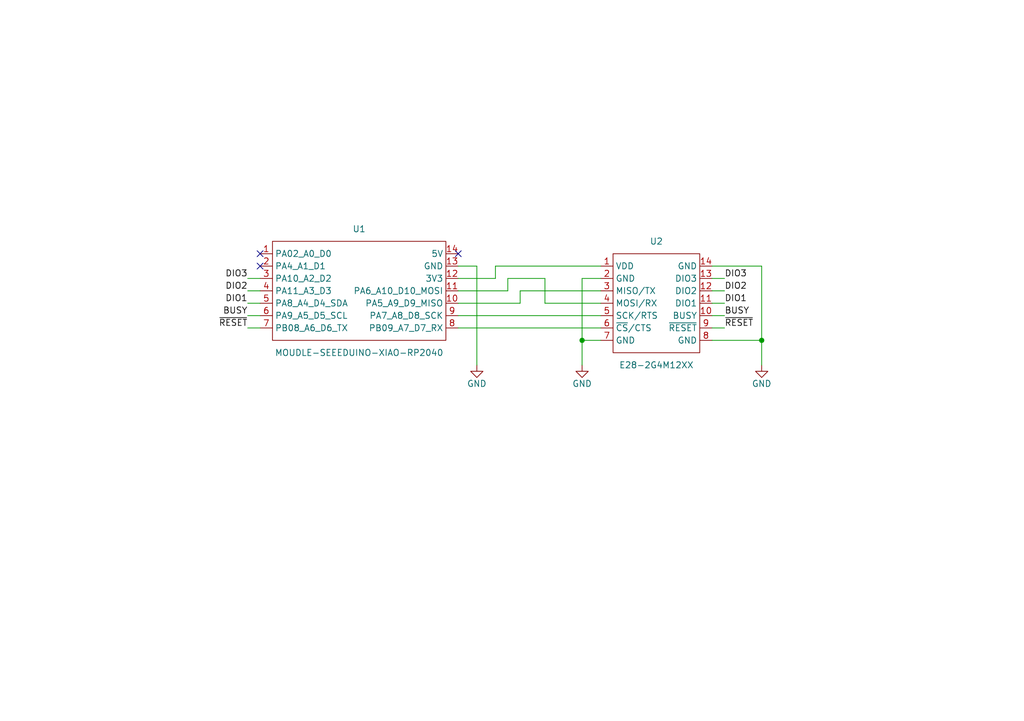
<source format=kicad_sch>
(kicad_sch (version 20230121) (generator eeschema)
  (paper "A5")
  (title_block (title "lorka") (date "2023-11-03") (rev "0x01") (company "https://vitaly.codes"))
  (lib_symbols
    (symbol "@jb:E28-2G4M12XX"
      (property "Reference" "U" (at 0 15.24 0))
      (property "Value" "E28-2G4M12XX" (at 0 12.7 0))
      (symbol "E28-2G4M12XX_0_0"
        (pin power_in line (at -11.43 7.62 0) (length 2.54) (name "VDD") (number "1"))
        (pin output line (at 11.43 -2.54 180) (length 2.54) (name "BUSY") (number "10"))
        (pin bidirectional line (at 11.43 0 180) (length 2.54) (name "DIO1") (number "11"))
        (pin bidirectional line (at 11.43 2.54 180) (length 2.54) (name "DIO2") (number "12"))
        (pin bidirectional line (at 11.43 5.08 180) (length 2.54) (name "DIO3") (number "13"))
        (pin power_in line (at 11.43 7.62 180) (length 2.54) (name "GND") (number "14"))
        (pin power_in line (at -11.43 5.08 0) (length 2.54) (name "GND") (number "2"))
        (pin output line (at -11.43 2.54 0) (length 2.54) (name "MISO/TX") (number "3"))
        (pin input line (at -11.43 0 0) (length 2.54) (name "MOSI/RX") (number "4"))
        (pin output line (at -11.43 -2.54 0) (length 2.54) (name "SCK/RTS") (number "5"))
        (pin power_in line (at -11.43 -7.62 0) (length 2.54) (name "GND") (number "7"))
        (pin power_in line (at 11.43 -7.62 180) (length 2.54) (name "GND") (number "8"))
        (pin input line (at 11.43 -5.08 180) (length 2.54) (name "~{RESET}") (number "9"))
      )
      (symbol "E28-2G4M12XX_0_1"
        (rectangle (start -8.89 10.16) (end 8.89 -10.16))
      )
      (symbol "E28-2G4M12XX_1_0"
        (pin input line (at -11.43 -5.08 0) (length 2.54) (name "~{CS}/CTS") (number "6"))
      )
    )
    (symbol "MOUDLE-SEEEDUINO-XIAO:MOUDLE-SEEEDUINO-XIAO"
      (property "Reference" "U1" (at 1.27 15.24 0))
      (property "Value" "MOUDLE-SEEEDUINO-XIAO-RP2040" (at 1.27 12.7 0))
      (property "Footprint" "XIAO_PCB:MOUDLE14P-2.54-21X17.8MM" (at 1.27 -12.7 0))
      (symbol "MOUDLE-SEEEDUINO-XIAO_0_1"
        (rectangle (start -16.51 10.16) (end 19.05 -10.16))
      )
      (symbol "MOUDLE-SEEEDUINO-XIAO_1_1"
        (pin unspecified line (at -19.05 7.62 0) (length 2.54) (name "PA02_A0_D0") (number "1"))
        (pin unspecified line (at 21.59 -2.54 180) (length 2.54) (name "PA5_A9_D9_MISO") (number "10"))
        (pin unspecified line (at 21.59 0 180) (length 2.54) (name "PA6_A10_D10_MOSI") (number "11"))
        (pin unspecified line (at 21.59 2.54 180) (length 2.54) (name "3V3") (number "12"))
        (pin unspecified line (at 21.59 5.08 180) (length 2.54) (name "GND") (number "13"))
        (pin unspecified line (at 21.59 7.62 180) (length 2.54) (name "5V") (number "14"))
        (pin unspecified line (at -19.05 5.08 0) (length 2.54) (name "PA4_A1_D1") (number "2"))
        (pin unspecified line (at -19.05 2.54 0) (length 2.54) (name "PA10_A2_D2") (number "3"))
        (pin unspecified line (at -19.05 0 0) (length 2.54) (name "PA11_A3_D3") (number "4"))
        (pin unspecified line (at -19.05 -2.54 0) (length 2.54) (name "PA8_A4_D4_SDA") (number "5"))
        (pin unspecified line (at -19.05 -5.08 0) (length 2.54) (name "PA9_A5_D5_SCL") (number "6"))
        (pin unspecified line (at -19.05 -7.62 0) (length 2.54) (name "PB08_A6_D6_TX") (number "7"))
        (pin unspecified line (at 21.59 -7.62 180) (length 2.54) (name "PB09_A7_D7_RX") (number "8"))
        (pin unspecified line (at 21.59 -5.08 180) (length 2.54) (name "PA7_A8_D8_SCK") (number "9"))
      )
    )
    (symbol "power:GND" (power) (pin_names (offset 0))
      (property "Value" "GND" (at 0 -3.81 0))
      (symbol "GND_0_1"
        (polyline (pts (xy 0 0) (xy 0 -1.27) (xy 1.27 -1.27) (xy 0 -2.54) (xy -1.27 -1.27) (xy 0 -1.27)))
      )
      (symbol "GND_1_1"
        (pin power_in line (at 0 0 270) (length 0) hide (name "GND") (number "1"))
      )
    )
  )
  (junction (at 156.21 69.85))
  (junction (at 119.38 69.85))
  (no_connect (at 93.98 52.07))
  (no_connect (at 53.34 54.61))
  (no_connect (at 53.34 52.07))
  (wire (pts (xy 146.05 69.85) (xy 156.21 69.85)))
  (wire (pts (xy 93.98 59.69) (xy 104.14 59.69)))
  (wire (pts (xy 156.21 74.93) (xy 156.21 69.85)))
  (wire (pts (xy 101.6 54.61) (xy 101.6 57.15)))
  (wire (pts (xy 50.8 59.69) (xy 53.34 59.69)))
  (wire (pts (xy 106.68 62.23) (xy 106.68 59.69)))
  (wire (pts (xy 50.8 64.77) (xy 53.34 64.77)))
  (wire (pts (xy 123.19 57.15) (xy 119.38 57.15)))
  (wire (pts (xy 148.59 64.77) (xy 146.05 64.77)))
  (wire (pts (xy 101.6 54.61) (xy 123.19 54.61)))
  (wire (pts (xy 148.59 67.31) (xy 146.05 67.31)))
  (wire (pts (xy 119.38 74.93) (xy 119.38 69.85)))
  (wire (pts (xy 148.59 59.69) (xy 146.05 59.69)))
  (wire (pts (xy 156.21 54.61) (xy 156.21 69.85)))
  (wire (pts (xy 93.98 67.31) (xy 123.19 67.31)))
  (wire (pts (xy 148.59 62.23) (xy 146.05 62.23)))
  (wire (pts (xy 93.98 64.77) (xy 123.19 64.77)))
  (wire (pts (xy 50.8 67.31) (xy 53.34 67.31)))
  (wire (pts (xy 119.38 57.15) (xy 119.38 69.85)))
  (wire (pts (xy 111.76 62.23) (xy 123.19 62.23)))
  (wire (pts (xy 101.6 57.15) (xy 93.98 57.15)))
  (wire (pts (xy 148.59 57.15) (xy 146.05 57.15)))
  (wire (pts (xy 106.68 59.69) (xy 123.19 59.69)))
  (wire (pts (xy 93.98 62.23) (xy 106.68 62.23)))
  (wire (pts (xy 97.79 74.93) (xy 97.79 54.61)))
  (wire (pts (xy 50.8 57.15) (xy 53.34 57.15)))
  (wire (pts (xy 111.76 57.15) (xy 111.76 62.23)))
  (wire (pts (xy 104.14 59.69) (xy 104.14 57.15)))
  (wire (pts (xy 50.8 62.23) (xy 53.34 62.23)))
  (wire (pts (xy 119.38 69.85) (xy 123.19 69.85)))
  (wire (pts (xy 104.14 57.15) (xy 111.76 57.15)))
  (wire (pts (xy 97.79 54.61) (xy 93.98 54.61)))
  (wire (pts (xy 146.05 54.61) (xy 156.21 54.61)))
  (label "DIO3" (at 50.8 57.15 180))
  (label "DIO1" (at 148.59 62.23 0))
  (label "~{RESET}" (at 148.59 67.31 0))
  (label "DIO2" (at 50.8 59.69 180))
  (label "~{RESET}" (at 50.8 67.31 180))
  (label "BUSY" (at 50.8 64.77 180))
  (label "DIO2" (at 148.59 59.69 0))
  (label "DIO3" (at 148.59 57.15 0))
  (label "BUSY" (at 148.59 64.77 0))
  (label "DIO1" (at 50.8 62.23 180))
  (symbol (lib_id "power:GND") (at 156.21 74.93 0) (mirror y) (unit 1)
    (property "Reference" "#PWR01" (effects hide))
    (property "Value" "GND" (at 156.21 78.74 0))
  )
  (symbol (lib_id "power:GND") (at 97.79 74.93 0) (mirror y) (unit 1)
    (property "Reference" "#PWR03" (effects hide))
    (property "Value" "GND" (at 97.79 78.74 0))
  )
  (symbol (lib_id "@jb:E28-2G4M12XX") (at 134.62 62.23 0) (unit 1)
    (property "Reference" "U2" (at 134.62 49.53 0))
    (property "Value" "E28-2G4M12XX" (at 134.62 74.93 0))
    (property "Footprint" "@jb:E28-2G4M12XX" (effects hide))
    (property "Datasheet" "https://www.cdebyte.com/pdf-down.aspx?id=2423" (effects hide))
  )
  (symbol (lib_id "MOUDLE-SEEEDUINO-XIAO:MOUDLE-SEEEDUINO-XIAO") (at 72.39 59.69 0) (unit 1)
    (property "Reference" "U1" (at 73.66 46.99 0))
    (property "Value" "MOUDLE-SEEEDUINO-XIAO-RP2040" (at 73.66 72.39 0))
    (property "Footprint" "XIAO_PCB:MOUDLE14P-SMD-2.54-21X17.8MM" (effects hide))
  )
  (symbol (lib_id "power:GND") (at 119.38 74.93 0) (unit 1)
    (property "Reference" "#PWR02" (effects hide))
    (property "Value" "GND" (at 119.38 78.74 0))
  )
)
</source>
